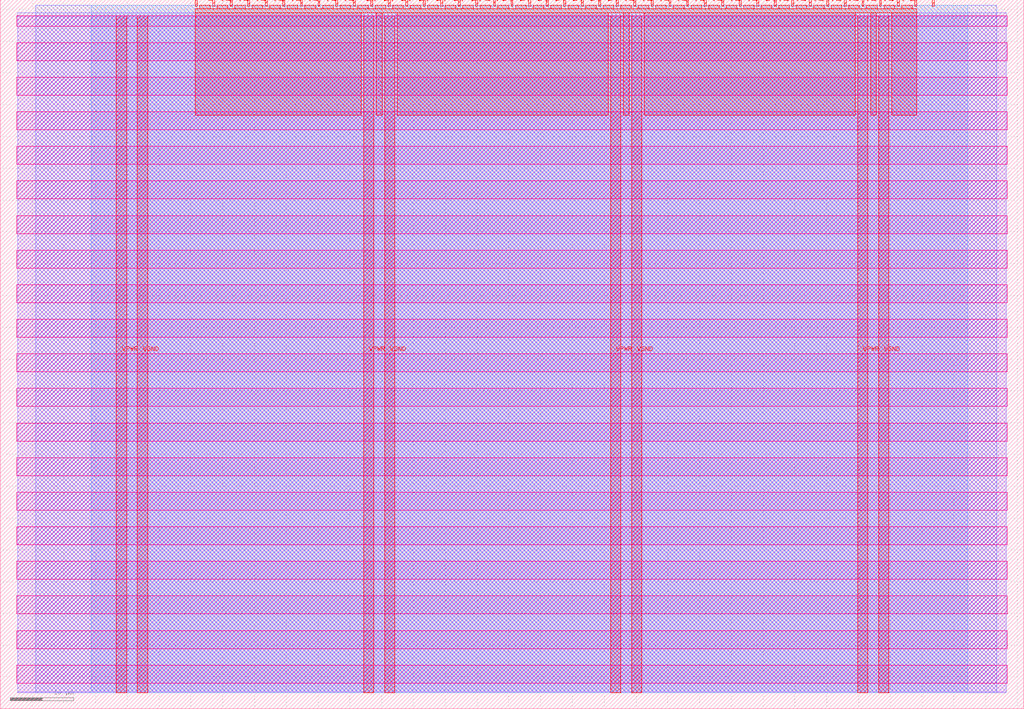
<source format=lef>
VERSION 5.7 ;
  NOWIREEXTENSIONATPIN ON ;
  DIVIDERCHAR "/" ;
  BUSBITCHARS "[]" ;
MACRO tt_um_mattvenn_rgb_mixer
  CLASS BLOCK ;
  FOREIGN tt_um_mattvenn_rgb_mixer ;
  ORIGIN 0.000 0.000 ;
  SIZE 161.000 BY 111.520 ;
  PIN VGND
    DIRECTION INOUT ;
    USE GROUND ;
    PORT
      LAYER met4 ;
        RECT 21.580 2.480 23.180 109.040 ;
    END
    PORT
      LAYER met4 ;
        RECT 60.450 2.480 62.050 109.040 ;
    END
    PORT
      LAYER met4 ;
        RECT 99.320 2.480 100.920 109.040 ;
    END
    PORT
      LAYER met4 ;
        RECT 138.190 2.480 139.790 109.040 ;
    END
  END VGND
  PIN VPWR
    DIRECTION INOUT ;
    USE POWER ;
    PORT
      LAYER met4 ;
        RECT 18.280 2.480 19.880 109.040 ;
    END
    PORT
      LAYER met4 ;
        RECT 57.150 2.480 58.750 109.040 ;
    END
    PORT
      LAYER met4 ;
        RECT 96.020 2.480 97.620 109.040 ;
    END
    PORT
      LAYER met4 ;
        RECT 134.890 2.480 136.490 109.040 ;
    END
  END VPWR
  PIN clk
    DIRECTION INPUT ;
    USE SIGNAL ;
    ANTENNAGATEAREA 0.852000 ;
    PORT
      LAYER met4 ;
        RECT 143.830 110.520 144.130 111.520 ;
    END
  END clk
  PIN ena
    DIRECTION INPUT ;
    USE SIGNAL ;
    PORT
      LAYER met4 ;
        RECT 146.590 110.520 146.890 111.520 ;
    END
  END ena
  PIN rst_n
    DIRECTION INPUT ;
    USE SIGNAL ;
    ANTENNAGATEAREA 0.196500 ;
    PORT
      LAYER met4 ;
        RECT 141.070 110.520 141.370 111.520 ;
    END
  END rst_n
  PIN ui_in[0]
    DIRECTION INPUT ;
    USE SIGNAL ;
    ANTENNAGATEAREA 0.196500 ;
    PORT
      LAYER met4 ;
        RECT 138.310 110.520 138.610 111.520 ;
    END
  END ui_in[0]
  PIN ui_in[1]
    DIRECTION INPUT ;
    USE SIGNAL ;
    ANTENNAGATEAREA 0.196500 ;
    PORT
      LAYER met4 ;
        RECT 135.550 110.520 135.850 111.520 ;
    END
  END ui_in[1]
  PIN ui_in[2]
    DIRECTION INPUT ;
    USE SIGNAL ;
    ANTENNAGATEAREA 0.196500 ;
    PORT
      LAYER met4 ;
        RECT 132.790 110.520 133.090 111.520 ;
    END
  END ui_in[2]
  PIN ui_in[3]
    DIRECTION INPUT ;
    USE SIGNAL ;
    ANTENNAGATEAREA 0.196500 ;
    PORT
      LAYER met4 ;
        RECT 130.030 110.520 130.330 111.520 ;
    END
  END ui_in[3]
  PIN ui_in[4]
    DIRECTION INPUT ;
    USE SIGNAL ;
    ANTENNAGATEAREA 0.196500 ;
    PORT
      LAYER met4 ;
        RECT 127.270 110.520 127.570 111.520 ;
    END
  END ui_in[4]
  PIN ui_in[5]
    DIRECTION INPUT ;
    USE SIGNAL ;
    ANTENNAGATEAREA 0.196500 ;
    PORT
      LAYER met4 ;
        RECT 124.510 110.520 124.810 111.520 ;
    END
  END ui_in[5]
  PIN ui_in[6]
    DIRECTION INPUT ;
    USE SIGNAL ;
    ANTENNAGATEAREA 0.196500 ;
    PORT
      LAYER met4 ;
        RECT 121.750 110.520 122.050 111.520 ;
    END
  END ui_in[6]
  PIN ui_in[7]
    DIRECTION INPUT ;
    USE SIGNAL ;
    ANTENNAGATEAREA 0.196500 ;
    PORT
      LAYER met4 ;
        RECT 118.990 110.520 119.290 111.520 ;
    END
  END ui_in[7]
  PIN uio_in[0]
    DIRECTION INPUT ;
    USE SIGNAL ;
    PORT
      LAYER met4 ;
        RECT 116.230 110.520 116.530 111.520 ;
    END
  END uio_in[0]
  PIN uio_in[1]
    DIRECTION INPUT ;
    USE SIGNAL ;
    PORT
      LAYER met4 ;
        RECT 113.470 110.520 113.770 111.520 ;
    END
  END uio_in[1]
  PIN uio_in[2]
    DIRECTION INPUT ;
    USE SIGNAL ;
    PORT
      LAYER met4 ;
        RECT 110.710 110.520 111.010 111.520 ;
    END
  END uio_in[2]
  PIN uio_in[3]
    DIRECTION INPUT ;
    USE SIGNAL ;
    PORT
      LAYER met4 ;
        RECT 107.950 110.520 108.250 111.520 ;
    END
  END uio_in[3]
  PIN uio_in[4]
    DIRECTION INPUT ;
    USE SIGNAL ;
    PORT
      LAYER met4 ;
        RECT 105.190 110.520 105.490 111.520 ;
    END
  END uio_in[4]
  PIN uio_in[5]
    DIRECTION INPUT ;
    USE SIGNAL ;
    PORT
      LAYER met4 ;
        RECT 102.430 110.520 102.730 111.520 ;
    END
  END uio_in[5]
  PIN uio_in[6]
    DIRECTION INPUT ;
    USE SIGNAL ;
    PORT
      LAYER met4 ;
        RECT 99.670 110.520 99.970 111.520 ;
    END
  END uio_in[6]
  PIN uio_in[7]
    DIRECTION INPUT ;
    USE SIGNAL ;
    PORT
      LAYER met4 ;
        RECT 96.910 110.520 97.210 111.520 ;
    END
  END uio_in[7]
  PIN uio_oe[0]
    DIRECTION OUTPUT ;
    USE SIGNAL ;
    ANTENNADIFFAREA 0.445500 ;
    PORT
      LAYER met4 ;
        RECT 49.990 110.520 50.290 111.520 ;
    END
  END uio_oe[0]
  PIN uio_oe[1]
    DIRECTION OUTPUT ;
    USE SIGNAL ;
    ANTENNADIFFAREA 0.445500 ;
    PORT
      LAYER met4 ;
        RECT 47.230 110.520 47.530 111.520 ;
    END
  END uio_oe[1]
  PIN uio_oe[2]
    DIRECTION OUTPUT ;
    USE SIGNAL ;
    ANTENNADIFFAREA 0.445500 ;
    PORT
      LAYER met4 ;
        RECT 44.470 110.520 44.770 111.520 ;
    END
  END uio_oe[2]
  PIN uio_oe[3]
    DIRECTION OUTPUT ;
    USE SIGNAL ;
    ANTENNADIFFAREA 0.445500 ;
    PORT
      LAYER met4 ;
        RECT 41.710 110.520 42.010 111.520 ;
    END
  END uio_oe[3]
  PIN uio_oe[4]
    DIRECTION OUTPUT ;
    USE SIGNAL ;
    ANTENNADIFFAREA 0.445500 ;
    PORT
      LAYER met4 ;
        RECT 38.950 110.520 39.250 111.520 ;
    END
  END uio_oe[4]
  PIN uio_oe[5]
    DIRECTION OUTPUT ;
    USE SIGNAL ;
    ANTENNADIFFAREA 0.445500 ;
    PORT
      LAYER met4 ;
        RECT 36.190 110.520 36.490 111.520 ;
    END
  END uio_oe[5]
  PIN uio_oe[6]
    DIRECTION OUTPUT ;
    USE SIGNAL ;
    ANTENNADIFFAREA 0.445500 ;
    PORT
      LAYER met4 ;
        RECT 33.430 110.520 33.730 111.520 ;
    END
  END uio_oe[6]
  PIN uio_oe[7]
    DIRECTION OUTPUT ;
    USE SIGNAL ;
    ANTENNADIFFAREA 0.445500 ;
    PORT
      LAYER met4 ;
        RECT 30.670 110.520 30.970 111.520 ;
    END
  END uio_oe[7]
  PIN uio_out[0]
    DIRECTION OUTPUT ;
    USE SIGNAL ;
    ANTENNADIFFAREA 0.462000 ;
    PORT
      LAYER met4 ;
        RECT 72.070 110.520 72.370 111.520 ;
    END
  END uio_out[0]
  PIN uio_out[1]
    DIRECTION OUTPUT ;
    USE SIGNAL ;
    ANTENNADIFFAREA 0.462000 ;
    PORT
      LAYER met4 ;
        RECT 69.310 110.520 69.610 111.520 ;
    END
  END uio_out[1]
  PIN uio_out[2]
    DIRECTION OUTPUT ;
    USE SIGNAL ;
    ANTENNADIFFAREA 0.462000 ;
    PORT
      LAYER met4 ;
        RECT 66.550 110.520 66.850 111.520 ;
    END
  END uio_out[2]
  PIN uio_out[3]
    DIRECTION OUTPUT ;
    USE SIGNAL ;
    ANTENNADIFFAREA 0.462000 ;
    PORT
      LAYER met4 ;
        RECT 63.790 110.520 64.090 111.520 ;
    END
  END uio_out[3]
  PIN uio_out[4]
    DIRECTION OUTPUT ;
    USE SIGNAL ;
    ANTENNADIFFAREA 0.462000 ;
    PORT
      LAYER met4 ;
        RECT 61.030 110.520 61.330 111.520 ;
    END
  END uio_out[4]
  PIN uio_out[5]
    DIRECTION OUTPUT ;
    USE SIGNAL ;
    ANTENNADIFFAREA 0.462000 ;
    PORT
      LAYER met4 ;
        RECT 58.270 110.520 58.570 111.520 ;
    END
  END uio_out[5]
  PIN uio_out[6]
    DIRECTION OUTPUT ;
    USE SIGNAL ;
    ANTENNADIFFAREA 0.462000 ;
    PORT
      LAYER met4 ;
        RECT 55.510 110.520 55.810 111.520 ;
    END
  END uio_out[6]
  PIN uio_out[7]
    DIRECTION OUTPUT ;
    USE SIGNAL ;
    ANTENNADIFFAREA 0.462000 ;
    PORT
      LAYER met4 ;
        RECT 52.750 110.520 53.050 111.520 ;
    END
  END uio_out[7]
  PIN uo_out[0]
    DIRECTION OUTPUT ;
    USE SIGNAL ;
    ANTENNADIFFAREA 0.445500 ;
    PORT
      LAYER met4 ;
        RECT 94.150 110.520 94.450 111.520 ;
    END
  END uo_out[0]
  PIN uo_out[1]
    DIRECTION OUTPUT ;
    USE SIGNAL ;
    ANTENNADIFFAREA 0.445500 ;
    PORT
      LAYER met4 ;
        RECT 91.390 110.520 91.690 111.520 ;
    END
  END uo_out[1]
  PIN uo_out[2]
    DIRECTION OUTPUT ;
    USE SIGNAL ;
    ANTENNADIFFAREA 0.445500 ;
    PORT
      LAYER met4 ;
        RECT 88.630 110.520 88.930 111.520 ;
    END
  END uo_out[2]
  PIN uo_out[3]
    DIRECTION OUTPUT ;
    USE SIGNAL ;
    ANTENNADIFFAREA 0.445500 ;
    PORT
      LAYER met4 ;
        RECT 85.870 110.520 86.170 111.520 ;
    END
  END uo_out[3]
  PIN uo_out[4]
    DIRECTION OUTPUT ;
    USE SIGNAL ;
    ANTENNADIFFAREA 0.445500 ;
    PORT
      LAYER met4 ;
        RECT 83.110 110.520 83.410 111.520 ;
    END
  END uo_out[4]
  PIN uo_out[5]
    DIRECTION OUTPUT ;
    USE SIGNAL ;
    ANTENNADIFFAREA 0.445500 ;
    PORT
      LAYER met4 ;
        RECT 80.350 110.520 80.650 111.520 ;
    END
  END uo_out[5]
  PIN uo_out[6]
    DIRECTION OUTPUT ;
    USE SIGNAL ;
    ANTENNADIFFAREA 0.445500 ;
    PORT
      LAYER met4 ;
        RECT 77.590 110.520 77.890 111.520 ;
    END
  END uo_out[6]
  PIN uo_out[7]
    DIRECTION OUTPUT ;
    USE SIGNAL ;
    ANTENNADIFFAREA 0.445500 ;
    PORT
      LAYER met4 ;
        RECT 74.830 110.520 75.130 111.520 ;
    END
  END uo_out[7]
  OBS
      LAYER nwell ;
        RECT 2.570 107.385 158.430 108.990 ;
        RECT 2.570 101.945 158.430 104.775 ;
        RECT 2.570 96.505 158.430 99.335 ;
        RECT 2.570 91.065 158.430 93.895 ;
        RECT 2.570 85.625 158.430 88.455 ;
        RECT 2.570 80.185 158.430 83.015 ;
        RECT 2.570 74.745 158.430 77.575 ;
        RECT 2.570 69.305 158.430 72.135 ;
        RECT 2.570 63.865 158.430 66.695 ;
        RECT 2.570 58.425 158.430 61.255 ;
        RECT 2.570 52.985 158.430 55.815 ;
        RECT 2.570 47.545 158.430 50.375 ;
        RECT 2.570 42.105 158.430 44.935 ;
        RECT 2.570 36.665 158.430 39.495 ;
        RECT 2.570 31.225 158.430 34.055 ;
        RECT 2.570 25.785 158.430 28.615 ;
        RECT 2.570 20.345 158.430 23.175 ;
        RECT 2.570 14.905 158.430 17.735 ;
        RECT 2.570 9.465 158.430 12.295 ;
        RECT 2.570 4.025 158.430 6.855 ;
      LAYER li1 ;
        RECT 2.760 2.635 158.240 108.885 ;
      LAYER met1 ;
        RECT 2.760 2.480 158.240 109.440 ;
      LAYER met2 ;
        RECT 5.620 2.535 156.760 110.685 ;
      LAYER met3 ;
        RECT 14.325 2.555 152.195 110.665 ;
      LAYER met4 ;
        RECT 31.370 110.120 33.030 110.665 ;
        RECT 34.130 110.120 35.790 110.665 ;
        RECT 36.890 110.120 38.550 110.665 ;
        RECT 39.650 110.120 41.310 110.665 ;
        RECT 42.410 110.120 44.070 110.665 ;
        RECT 45.170 110.120 46.830 110.665 ;
        RECT 47.930 110.120 49.590 110.665 ;
        RECT 50.690 110.120 52.350 110.665 ;
        RECT 53.450 110.120 55.110 110.665 ;
        RECT 56.210 110.120 57.870 110.665 ;
        RECT 58.970 110.120 60.630 110.665 ;
        RECT 61.730 110.120 63.390 110.665 ;
        RECT 64.490 110.120 66.150 110.665 ;
        RECT 67.250 110.120 68.910 110.665 ;
        RECT 70.010 110.120 71.670 110.665 ;
        RECT 72.770 110.120 74.430 110.665 ;
        RECT 75.530 110.120 77.190 110.665 ;
        RECT 78.290 110.120 79.950 110.665 ;
        RECT 81.050 110.120 82.710 110.665 ;
        RECT 83.810 110.120 85.470 110.665 ;
        RECT 86.570 110.120 88.230 110.665 ;
        RECT 89.330 110.120 90.990 110.665 ;
        RECT 92.090 110.120 93.750 110.665 ;
        RECT 94.850 110.120 96.510 110.665 ;
        RECT 97.610 110.120 99.270 110.665 ;
        RECT 100.370 110.120 102.030 110.665 ;
        RECT 103.130 110.120 104.790 110.665 ;
        RECT 105.890 110.120 107.550 110.665 ;
        RECT 108.650 110.120 110.310 110.665 ;
        RECT 111.410 110.120 113.070 110.665 ;
        RECT 114.170 110.120 115.830 110.665 ;
        RECT 116.930 110.120 118.590 110.665 ;
        RECT 119.690 110.120 121.350 110.665 ;
        RECT 122.450 110.120 124.110 110.665 ;
        RECT 125.210 110.120 126.870 110.665 ;
        RECT 127.970 110.120 129.630 110.665 ;
        RECT 130.730 110.120 132.390 110.665 ;
        RECT 133.490 110.120 135.150 110.665 ;
        RECT 136.250 110.120 137.910 110.665 ;
        RECT 139.010 110.120 140.670 110.665 ;
        RECT 141.770 110.120 143.430 110.665 ;
        RECT 30.655 109.440 144.145 110.120 ;
        RECT 30.655 93.335 56.750 109.440 ;
        RECT 59.150 93.335 60.050 109.440 ;
        RECT 62.450 93.335 95.620 109.440 ;
        RECT 98.020 93.335 98.920 109.440 ;
        RECT 101.320 93.335 134.490 109.440 ;
        RECT 136.890 93.335 137.790 109.440 ;
        RECT 140.190 93.335 144.145 109.440 ;
  END
END tt_um_mattvenn_rgb_mixer
END LIBRARY


</source>
